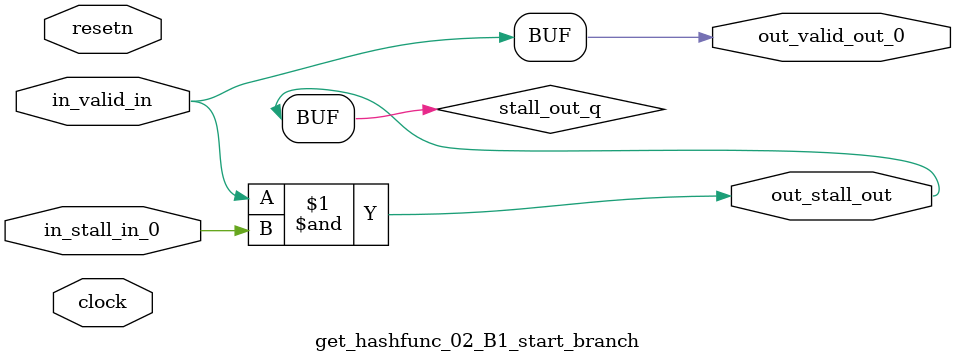
<source format=sv>



(* altera_attribute = "-name AUTO_SHIFT_REGISTER_RECOGNITION OFF; -name MESSAGE_DISABLE 10036; -name MESSAGE_DISABLE 10037; -name MESSAGE_DISABLE 14130; -name MESSAGE_DISABLE 14320; -name MESSAGE_DISABLE 15400; -name MESSAGE_DISABLE 14130; -name MESSAGE_DISABLE 10036; -name MESSAGE_DISABLE 12020; -name MESSAGE_DISABLE 12030; -name MESSAGE_DISABLE 12010; -name MESSAGE_DISABLE 12110; -name MESSAGE_DISABLE 14320; -name MESSAGE_DISABLE 13410; -name MESSAGE_DISABLE 113007; -name MESSAGE_DISABLE 10958" *)
module get_hashfunc_02_B1_start_branch (
    input wire [0:0] in_stall_in_0,
    input wire [0:0] in_valid_in,
    output wire [0:0] out_stall_out,
    output wire [0:0] out_valid_out_0,
    input wire clock,
    input wire resetn
    );

    wire [0:0] stall_out_q;


    // stall_out(LOGICAL,6)
    assign stall_out_q = in_valid_in & in_stall_in_0;

    // out_stall_out(GPOUT,4)
    assign out_stall_out = stall_out_q;

    // out_valid_out_0(GPOUT,5)
    assign out_valid_out_0 = in_valid_in;

endmodule

</source>
